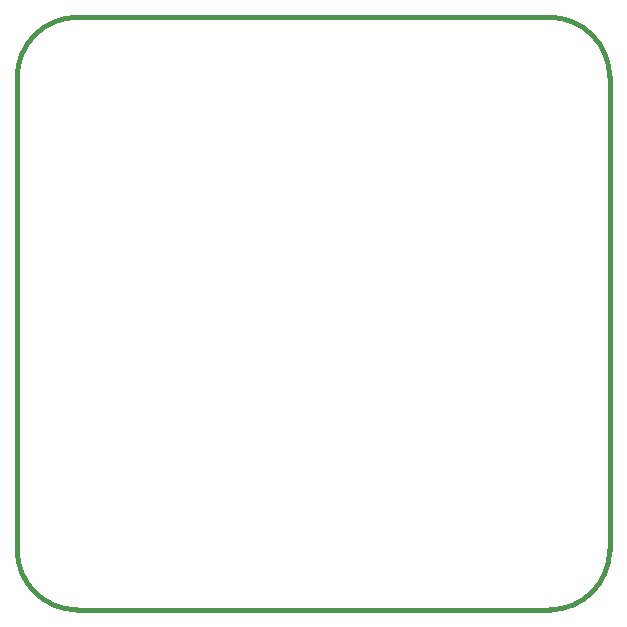
<source format=gm1>
G04 #@! TF.FileFunction,Profile,NP*
%FSLAX46Y46*%
G04 Gerber Fmt 4.6, Leading zero omitted, Abs format (unit mm)*
G04 Created by KiCad (PCBNEW 4.0.4-stable) date 01/06/17 10:27:03*
%MOMM*%
%LPD*%
G01*
G04 APERTURE LIST*
%ADD10C,0.150000*%
%ADD11C,0.381000*%
G04 APERTURE END LIST*
D10*
D11*
X0Y5080000D02*
X0Y45085000D01*
X45085000Y0D02*
X5080000Y0D01*
X50165000Y45085000D02*
X50165000Y5080000D01*
X5080000Y50165000D02*
X45085000Y50165000D01*
X5080000Y50165000D02*
G75*
G03X0Y45085000I0J-5080000D01*
G01*
X50165000Y45085000D02*
G75*
G03X45085000Y50165000I-5080000J0D01*
G01*
X45085000Y0D02*
G75*
G03X50165000Y5080000I0J5080000D01*
G01*
X0Y5080000D02*
G75*
G03X5080000Y0I5080000J0D01*
G01*
M02*

</source>
